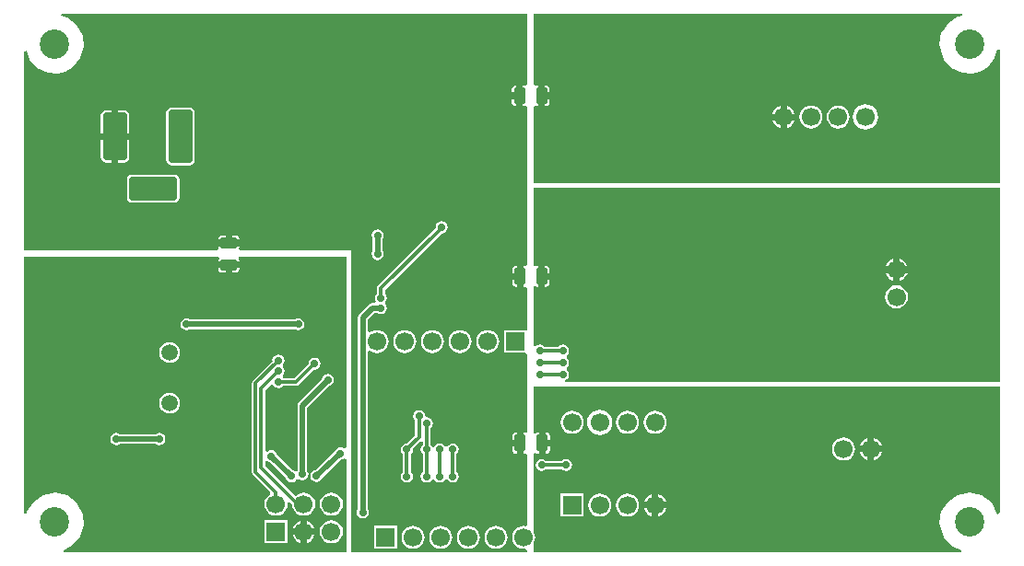
<source format=gbl>
G04*
G04 #@! TF.GenerationSoftware,Altium Limited,Altium Designer,22.7.1 (60)*
G04*
G04 Layer_Physical_Order=2*
G04 Layer_Color=16711680*
%FSLAX43Y43*%
%MOMM*%
G71*
G04*
G04 #@! TF.SameCoordinates,BA50D012-4F98-4CAA-8EAC-1F94F0521628*
G04*
G04*
G04 #@! TF.FilePolarity,Positive*
G04*
G01*
G75*
G04:AMPARAMS|DCode=66|XSize=1.53mm|YSize=1.02mm|CornerRadius=0.127mm|HoleSize=0mm|Usage=FLASHONLY|Rotation=270.000|XOffset=0mm|YOffset=0mm|HoleType=Round|Shape=RoundedRectangle|*
%AMROUNDEDRECTD66*
21,1,1.530,0.765,0,0,270.0*
21,1,1.275,1.020,0,0,270.0*
1,1,0.255,-0.383,-0.638*
1,1,0.255,-0.383,0.638*
1,1,0.255,0.383,0.638*
1,1,0.255,0.383,-0.638*
%
%ADD66ROUNDEDRECTD66*%
G04:AMPARAMS|DCode=67|XSize=1.53mm|YSize=1.02mm|CornerRadius=0.127mm|HoleSize=0mm|Usage=FLASHONLY|Rotation=180.000|XOffset=0mm|YOffset=0mm|HoleType=Round|Shape=RoundedRectangle|*
%AMROUNDEDRECTD67*
21,1,1.530,0.765,0,0,180.0*
21,1,1.275,1.020,0,0,180.0*
1,1,0.255,-0.638,0.383*
1,1,0.255,0.638,0.383*
1,1,0.255,0.638,-0.383*
1,1,0.255,-0.638,-0.383*
%
%ADD67ROUNDEDRECTD67*%
%ADD81C,0.500*%
%ADD82C,0.300*%
%ADD83C,1.700*%
%ADD84R,1.700X1.700*%
G04:AMPARAMS|DCode=85|XSize=4.9mm|YSize=2.2mm|CornerRadius=0.275mm|HoleSize=0mm|Usage=FLASHONLY|Rotation=90.000|XOffset=0mm|YOffset=0mm|HoleType=Round|Shape=RoundedRectangle|*
%AMROUNDEDRECTD85*
21,1,4.900,1.650,0,0,90.0*
21,1,4.350,2.200,0,0,90.0*
1,1,0.550,0.825,2.175*
1,1,0.550,0.825,-2.175*
1,1,0.550,-0.825,-2.175*
1,1,0.550,-0.825,2.175*
%
%ADD85ROUNDEDRECTD85*%
G04:AMPARAMS|DCode=86|XSize=4.4mm|YSize=2.2mm|CornerRadius=0.275mm|HoleSize=0mm|Usage=FLASHONLY|Rotation=90.000|XOffset=0mm|YOffset=0mm|HoleType=Round|Shape=RoundedRectangle|*
%AMROUNDEDRECTD86*
21,1,4.400,1.650,0,0,90.0*
21,1,3.850,2.200,0,0,90.0*
1,1,0.550,0.825,1.925*
1,1,0.550,0.825,-1.925*
1,1,0.550,-0.825,-1.925*
1,1,0.550,-0.825,1.925*
%
%ADD86ROUNDEDRECTD86*%
G04:AMPARAMS|DCode=87|XSize=4.4mm|YSize=2.2mm|CornerRadius=0.275mm|HoleSize=0mm|Usage=FLASHONLY|Rotation=180.000|XOffset=0mm|YOffset=0mm|HoleType=Round|Shape=RoundedRectangle|*
%AMROUNDEDRECTD87*
21,1,4.400,1.650,0,0,180.0*
21,1,3.850,2.200,0,0,180.0*
1,1,0.550,-1.925,0.825*
1,1,0.550,1.925,0.825*
1,1,0.550,1.925,-0.825*
1,1,0.550,-1.925,-0.825*
%
%ADD87ROUNDEDRECTD87*%
%ADD88C,2.700*%
%ADD89C,1.500*%
%ADD90R,1.700X1.700*%
%ADD91C,0.700*%
G36*
X46477Y43283D02*
X46277Y43180D01*
X46253Y43196D01*
X46125Y43221D01*
X46043D01*
Y42250D01*
Y41279D01*
X46125D01*
X46253Y41304D01*
X46277Y41320D01*
X46477Y41217D01*
X46477Y26703D01*
X46278Y26596D01*
X46150Y26621D01*
X46068D01*
Y25650D01*
Y24679D01*
X46150D01*
X46278Y24704D01*
X46477Y24597D01*
Y20859D01*
X46395Y20693D01*
X46277Y20693D01*
X44295D01*
Y18593D01*
X46277D01*
X46477Y18427D01*
Y11370D01*
X46338Y11271D01*
X46277Y11251D01*
X46175Y11271D01*
X46092D01*
Y10300D01*
Y9329D01*
X46175D01*
X46277Y9349D01*
X46338Y9329D01*
X46477Y9230D01*
X46477Y2808D01*
X46277Y2662D01*
X46110Y2684D01*
X45836Y2648D01*
X45580Y2543D01*
X45361Y2374D01*
X45193Y2155D01*
X45087Y1899D01*
X45051Y1625D01*
X45087Y1351D01*
X45193Y1096D01*
X45361Y877D01*
X45580Y708D01*
X45836Y602D01*
X46110Y566D01*
X46277Y588D01*
X46477Y443D01*
Y228D01*
X30300D01*
X30300Y28000D01*
X20080Y28000D01*
X19971Y28197D01*
X19996Y28325D01*
Y28408D01*
X19025D01*
X18054D01*
Y28325D01*
X18079Y28197D01*
X17970Y28000D01*
X247Y28000D01*
Y46344D01*
X447Y46375D01*
X700Y45580D01*
X1400Y44821D01*
X2400Y44400D01*
X3334Y44300D01*
X4000Y44474D01*
X4732Y44898D01*
X5400Y45700D01*
X5687Y46709D01*
X5639Y47749D01*
X5072Y48788D01*
X4163Y49475D01*
X3617Y49610D01*
X3642Y49810D01*
X46477D01*
X46477Y43283D01*
D02*
G37*
G36*
X29800Y9887D02*
X29600Y9794D01*
X29490Y9868D01*
X29275Y9911D01*
X29060Y9868D01*
X28878Y9747D01*
X28757Y9565D01*
X28739Y9475D01*
X26981Y7817D01*
X26860Y7793D01*
X26678Y7672D01*
X26557Y7490D01*
X26514Y7275D01*
X26557Y7060D01*
X26678Y6878D01*
X26860Y6757D01*
X27075Y6714D01*
X27290Y6757D01*
X27472Y6878D01*
X27593Y7060D01*
X27611Y7150D01*
X29369Y8808D01*
X29490Y8832D01*
X29600Y8906D01*
X29800Y8813D01*
Y228D01*
X3851D01*
X3825Y428D01*
X4000Y474D01*
X4732Y898D01*
X5400Y1700D01*
X5687Y2709D01*
X5639Y3749D01*
X5072Y4788D01*
X4163Y5475D01*
X3100Y5738D01*
X2000Y5537D01*
X1100Y4907D01*
X621Y4200D01*
X491Y4070D01*
X447Y3778D01*
X247Y3793D01*
Y27475D01*
X18039D01*
X18086Y27407D01*
X18127Y27275D01*
X18079Y27203D01*
X18054Y27075D01*
Y26992D01*
X19025D01*
X19996D01*
Y27075D01*
X19971Y27203D01*
X19923Y27275D01*
X19964Y27407D01*
X20011Y27475D01*
X29800D01*
Y9887D01*
D02*
G37*
G36*
X89829Y3863D02*
X89634Y3765D01*
X89629Y3766D01*
X89072Y4788D01*
X88163Y5475D01*
X87100Y5738D01*
X86000Y5537D01*
X85100Y4907D01*
X84621Y4200D01*
X84491Y4070D01*
X84400Y3465D01*
X84248Y3000D01*
X84700Y1580D01*
X85400Y821D01*
X86334Y428D01*
X86293Y228D01*
X47000D01*
Y1060D01*
X47027Y1096D01*
X47133Y1351D01*
X47169Y1625D01*
X47133Y1899D01*
X47027Y2155D01*
X47000Y2190D01*
X47000Y9349D01*
X47139Y9406D01*
X47200Y9419D01*
X47297Y9354D01*
X47425Y9329D01*
X47507D01*
Y10300D01*
Y11271D01*
X47425D01*
X47297Y11246D01*
X47200Y11181D01*
X47139Y11194D01*
X47000Y11251D01*
X47000Y15500D01*
X89829Y15500D01*
Y3863D01*
D02*
G37*
G36*
Y15900D02*
X49975D01*
X49945Y15991D01*
X49942Y16100D01*
X50097Y16203D01*
X50218Y16385D01*
X50261Y16600D01*
X50218Y16815D01*
X50097Y16997D01*
X50047Y17030D01*
Y17270D01*
X50097Y17303D01*
X50218Y17485D01*
X50261Y17700D01*
X50218Y17915D01*
X50097Y18097D01*
X50047Y18130D01*
Y18370D01*
X50097Y18403D01*
X50218Y18585D01*
X50261Y18800D01*
X50218Y19015D01*
X50097Y19197D01*
X49915Y19318D01*
X49700Y19361D01*
X49485Y19318D01*
X49303Y19197D01*
X49277Y19157D01*
X48023D01*
X47997Y19197D01*
X47815Y19318D01*
X47600Y19361D01*
X47385Y19318D01*
X47203Y19197D01*
X47200Y19191D01*
X47000Y19252D01*
Y24664D01*
X47068Y24711D01*
X47200Y24752D01*
X47272Y24704D01*
X47400Y24679D01*
X47483D01*
Y25650D01*
Y26621D01*
X47400D01*
X47272Y26596D01*
X47200Y26548D01*
X47068Y26589D01*
X47000Y26636D01*
Y33800D01*
X89829D01*
Y15900D01*
D02*
G37*
G36*
X86400Y49610D02*
X86000Y49537D01*
X85100Y48907D01*
X84621Y48200D01*
X84491Y48070D01*
X84400Y47465D01*
X84248Y47000D01*
X84700Y45580D01*
X85400Y44821D01*
X86400Y44400D01*
X87334Y44300D01*
X88000Y44474D01*
X88732Y44898D01*
X89400Y45700D01*
X89629Y46506D01*
X89829Y46478D01*
Y34250D01*
X47000Y34250D01*
X47000Y41247D01*
X47009Y41256D01*
X47200Y41336D01*
X47247Y41304D01*
X47375Y41279D01*
X47458D01*
Y42250D01*
Y43221D01*
X47375D01*
X47247Y43196D01*
X47200Y43164D01*
X47009Y43244D01*
X47000Y43253D01*
X47000Y49810D01*
X86382D01*
X86400Y49610D01*
D02*
G37*
%LPC*%
G36*
X45443Y43221D02*
X45360D01*
X45232Y43196D01*
X45124Y43124D01*
X45052Y43015D01*
X45026Y42888D01*
Y42550D01*
X45443D01*
Y43221D01*
D02*
G37*
G36*
Y41950D02*
X45026D01*
Y41612D01*
X45052Y41485D01*
X45124Y41376D01*
X45232Y41304D01*
X45360Y41279D01*
X45443D01*
Y41950D01*
D02*
G37*
G36*
X9405Y40909D02*
X8880D01*
Y38800D01*
X9889D01*
Y40425D01*
X9852Y40610D01*
X9747Y40767D01*
X9590Y40872D01*
X9405Y40909D01*
D02*
G37*
G36*
X8280D02*
X7755D01*
X7570Y40872D01*
X7413Y40767D01*
X7308Y40610D01*
X7271Y40425D01*
Y38800D01*
X8280D01*
Y40909D01*
D02*
G37*
G36*
X9889Y38200D02*
X8880D01*
Y36091D01*
X9405D01*
X9590Y36128D01*
X9747Y36233D01*
X9852Y36390D01*
X9889Y36575D01*
Y38200D01*
D02*
G37*
G36*
X8280D02*
X7271D01*
Y36575D01*
X7308Y36390D01*
X7413Y36233D01*
X7570Y36128D01*
X7755Y36091D01*
X8280D01*
Y38200D01*
D02*
G37*
G36*
X15405Y41159D02*
X13755D01*
X13570Y41122D01*
X13413Y41017D01*
X13308Y40860D01*
X13271Y40675D01*
Y36325D01*
X13308Y36140D01*
X13413Y35983D01*
X13570Y35878D01*
X13755Y35841D01*
X15405D01*
X15590Y35878D01*
X15747Y35983D01*
X15852Y36140D01*
X15889Y36325D01*
Y40675D01*
X15852Y40860D01*
X15747Y41017D01*
X15590Y41122D01*
X15405Y41159D01*
D02*
G37*
G36*
X14005Y35009D02*
X10155D01*
X9970Y34972D01*
X9813Y34867D01*
X9708Y34710D01*
X9671Y34525D01*
Y32875D01*
X9708Y32690D01*
X9813Y32533D01*
X9970Y32428D01*
X10155Y32391D01*
X14005D01*
X14190Y32428D01*
X14347Y32533D01*
X14452Y32690D01*
X14489Y32875D01*
Y34525D01*
X14452Y34710D01*
X14347Y34867D01*
X14190Y34972D01*
X14005Y35009D01*
D02*
G37*
G36*
X38575Y30711D02*
X38360Y30668D01*
X38178Y30547D01*
X38057Y30365D01*
X38014Y30150D01*
X38033Y30057D01*
X32748Y24772D01*
X32670Y24657D01*
X32643Y24520D01*
Y24074D01*
X32603Y24047D01*
X32482Y23865D01*
X32439Y23651D01*
X32482Y23436D01*
X32511Y23392D01*
X32405Y23192D01*
X32195D01*
X32020Y23157D01*
X31871Y23058D01*
X31001Y22187D01*
X30901Y22039D01*
X30866Y21863D01*
Y4228D01*
X30807Y4140D01*
X30764Y3925D01*
X30807Y3710D01*
X30928Y3528D01*
X31110Y3407D01*
X31325Y3364D01*
X31540Y3407D01*
X31722Y3528D01*
X31843Y3710D01*
X31886Y3925D01*
X31843Y4140D01*
X31784Y4228D01*
Y18728D01*
X31984Y18827D01*
X32115Y18726D01*
X32371Y18620D01*
X32645Y18584D01*
X32919Y18620D01*
X33175Y18726D01*
X33394Y18894D01*
X33562Y19114D01*
X33668Y19369D01*
X33704Y19643D01*
X33668Y19917D01*
X33562Y20173D01*
X33394Y20392D01*
X33175Y20560D01*
X32919Y20666D01*
X32645Y20702D01*
X32371Y20666D01*
X32115Y20560D01*
X31984Y20459D01*
X31784Y20558D01*
Y21673D01*
X32385Y22274D01*
X32697D01*
X32785Y22215D01*
X33000Y22172D01*
X33215Y22215D01*
X33397Y22337D01*
X33518Y22518D01*
X33561Y22733D01*
X33518Y22948D01*
X33397Y23130D01*
Y23254D01*
X33518Y23436D01*
X33561Y23651D01*
X33518Y23865D01*
X33397Y24047D01*
X33357Y24074D01*
Y24372D01*
X38574Y29589D01*
X38575Y29589D01*
X38790Y29632D01*
X38972Y29753D01*
X39093Y29935D01*
X39136Y30150D01*
X39093Y30365D01*
X38972Y30547D01*
X38790Y30668D01*
X38575Y30711D01*
D02*
G37*
G36*
X19662Y29424D02*
X19325D01*
Y29008D01*
X19996D01*
Y29090D01*
X19971Y29218D01*
X19899Y29326D01*
X19790Y29399D01*
X19662Y29424D01*
D02*
G37*
G36*
X18725D02*
X18387D01*
X18260Y29399D01*
X18151Y29326D01*
X18079Y29218D01*
X18054Y29090D01*
Y29008D01*
X18725D01*
Y29424D01*
D02*
G37*
G36*
X32700Y29961D02*
X32485Y29918D01*
X32303Y29797D01*
X32182Y29615D01*
X32139Y29400D01*
X32182Y29185D01*
X32241Y29097D01*
Y28003D01*
X32182Y27915D01*
X32139Y27700D01*
X32182Y27485D01*
X32303Y27303D01*
X32485Y27182D01*
X32700Y27139D01*
X32915Y27182D01*
X33097Y27303D01*
X33218Y27485D01*
X33261Y27700D01*
X33218Y27915D01*
X33159Y28003D01*
Y29097D01*
X33218Y29185D01*
X33261Y29400D01*
X33218Y29615D01*
X33097Y29797D01*
X32915Y29918D01*
X32700Y29961D01*
D02*
G37*
G36*
X45468Y26621D02*
X45385D01*
X45257Y26596D01*
X45149Y26524D01*
X45077Y26415D01*
X45051Y26288D01*
Y25950D01*
X45468D01*
Y26621D01*
D02*
G37*
G36*
Y25350D02*
X45051D01*
Y25013D01*
X45077Y24885D01*
X45149Y24776D01*
X45257Y24704D01*
X45385Y24679D01*
X45468D01*
Y25350D01*
D02*
G37*
G36*
X42805Y20702D02*
X42531Y20666D01*
X42275Y20560D01*
X42056Y20392D01*
X41888Y20173D01*
X41782Y19917D01*
X41746Y19643D01*
X41782Y19369D01*
X41888Y19114D01*
X42056Y18894D01*
X42275Y18726D01*
X42531Y18620D01*
X42805Y18584D01*
X43079Y18620D01*
X43335Y18726D01*
X43554Y18894D01*
X43722Y19114D01*
X43828Y19369D01*
X43864Y19643D01*
X43828Y19917D01*
X43722Y20173D01*
X43554Y20392D01*
X43335Y20560D01*
X43079Y20666D01*
X42805Y20702D01*
D02*
G37*
G36*
X40265D02*
X39991Y20666D01*
X39735Y20560D01*
X39516Y20392D01*
X39348Y20173D01*
X39242Y19917D01*
X39206Y19643D01*
X39242Y19369D01*
X39348Y19114D01*
X39516Y18894D01*
X39735Y18726D01*
X39991Y18620D01*
X40265Y18584D01*
X40539Y18620D01*
X40795Y18726D01*
X41014Y18894D01*
X41182Y19114D01*
X41288Y19369D01*
X41324Y19643D01*
X41288Y19917D01*
X41182Y20173D01*
X41014Y20392D01*
X40795Y20560D01*
X40539Y20666D01*
X40265Y20702D01*
D02*
G37*
G36*
X37725D02*
X37451Y20666D01*
X37195Y20560D01*
X36976Y20392D01*
X36808Y20173D01*
X36702Y19917D01*
X36666Y19643D01*
X36702Y19369D01*
X36808Y19114D01*
X36976Y18894D01*
X37195Y18726D01*
X37451Y18620D01*
X37725Y18584D01*
X37999Y18620D01*
X38255Y18726D01*
X38474Y18894D01*
X38642Y19114D01*
X38748Y19369D01*
X38784Y19643D01*
X38748Y19917D01*
X38642Y20173D01*
X38474Y20392D01*
X38255Y20560D01*
X37999Y20666D01*
X37725Y20702D01*
D02*
G37*
G36*
X35185D02*
X34911Y20666D01*
X34655Y20560D01*
X34436Y20392D01*
X34268Y20173D01*
X34162Y19917D01*
X34126Y19643D01*
X34162Y19369D01*
X34268Y19114D01*
X34436Y18894D01*
X34655Y18726D01*
X34911Y18620D01*
X35185Y18584D01*
X35459Y18620D01*
X35715Y18726D01*
X35934Y18894D01*
X36102Y19114D01*
X36208Y19369D01*
X36244Y19643D01*
X36208Y19917D01*
X36102Y20173D01*
X35934Y20392D01*
X35715Y20560D01*
X35459Y20666D01*
X35185Y20702D01*
D02*
G37*
G36*
X45493Y11271D02*
X45410D01*
X45282Y11246D01*
X45174Y11174D01*
X45102Y11065D01*
X45076Y10938D01*
Y10600D01*
X45493D01*
Y11271D01*
D02*
G37*
G36*
Y10000D02*
X45076D01*
Y9663D01*
X45102Y9535D01*
X45174Y9426D01*
X45282Y9354D01*
X45410Y9329D01*
X45493D01*
Y10000D01*
D02*
G37*
G36*
X36500Y13337D02*
X36285Y13295D01*
X36103Y13173D01*
X35982Y12991D01*
X35939Y12777D01*
X35982Y12562D01*
X36103Y12380D01*
X36143Y12354D01*
Y10973D01*
X35430Y10260D01*
X35383Y10269D01*
X35168Y10226D01*
X34986Y10105D01*
X34865Y9923D01*
X34822Y9708D01*
X34865Y9494D01*
X34986Y9312D01*
X35026Y9285D01*
Y7638D01*
X34986Y7611D01*
X34865Y7429D01*
X34822Y7215D01*
X34865Y7000D01*
X34986Y6818D01*
X35168Y6697D01*
X35383Y6654D01*
X35598Y6697D01*
X35779Y6818D01*
X35901Y7000D01*
X35944Y7215D01*
X35901Y7429D01*
X35779Y7611D01*
X35740Y7638D01*
Y9285D01*
X35779Y9312D01*
X35901Y9494D01*
X35944Y9708D01*
X35934Y9755D01*
X36643Y10464D01*
X36843Y10381D01*
Y10131D01*
X36803Y10105D01*
X36682Y9923D01*
X36639Y9708D01*
X36682Y9494D01*
X36803Y9312D01*
X36843Y9285D01*
Y7638D01*
X36803Y7611D01*
X36682Y7429D01*
X36639Y7215D01*
X36682Y7000D01*
X36803Y6818D01*
X36985Y6697D01*
X37200Y6654D01*
X37415Y6697D01*
X37597Y6818D01*
X37689Y6957D01*
X37757Y6972D01*
X37843D01*
X37911Y6957D01*
X38003Y6818D01*
X38185Y6697D01*
X38400Y6654D01*
X38615Y6697D01*
X38797Y6818D01*
X38891Y6960D01*
X38949Y6975D01*
X39035Y6976D01*
X39114Y6960D01*
X39203Y6826D01*
X39385Y6704D01*
X39600Y6662D01*
X39815Y6704D01*
X39997Y6826D01*
X40118Y7008D01*
X40161Y7222D01*
X40118Y7437D01*
X39997Y7619D01*
X39957Y7645D01*
Y9293D01*
X39997Y9319D01*
X40118Y9501D01*
X40161Y9716D01*
X40118Y9930D01*
X39997Y10112D01*
X39815Y10234D01*
X39600Y10276D01*
X39385Y10234D01*
X39203Y10112D01*
X39109Y9970D01*
X39051Y9956D01*
X38965Y9954D01*
X38886Y9970D01*
X38797Y10105D01*
X38615Y10226D01*
X38400Y10269D01*
X38185Y10226D01*
X38003Y10105D01*
X37911Y9966D01*
X37843Y9951D01*
X37757D01*
X37689Y9966D01*
X37597Y10105D01*
X37557Y10131D01*
Y11683D01*
X37597Y11709D01*
X37718Y11891D01*
X37761Y12106D01*
X37718Y12320D01*
X37597Y12502D01*
X37415Y12624D01*
X37200Y12667D01*
X37055Y12804D01*
X37018Y12991D01*
X36897Y13173D01*
X36715Y13295D01*
X36500Y13337D01*
D02*
G37*
G36*
X34460Y2675D02*
X32360D01*
Y575D01*
X34460D01*
Y2675D01*
D02*
G37*
G36*
X43570Y2684D02*
X43296Y2648D01*
X43040Y2543D01*
X42821Y2374D01*
X42653Y2155D01*
X42547Y1899D01*
X42511Y1625D01*
X42547Y1351D01*
X42653Y1096D01*
X42821Y877D01*
X43040Y708D01*
X43296Y602D01*
X43570Y566D01*
X43844Y602D01*
X44100Y708D01*
X44319Y877D01*
X44487Y1096D01*
X44593Y1351D01*
X44629Y1625D01*
X44593Y1899D01*
X44487Y2155D01*
X44319Y2374D01*
X44100Y2543D01*
X43844Y2648D01*
X43570Y2684D01*
D02*
G37*
G36*
X41030D02*
X40756Y2648D01*
X40500Y2543D01*
X40281Y2374D01*
X40113Y2155D01*
X40007Y1899D01*
X39971Y1625D01*
X40007Y1351D01*
X40113Y1096D01*
X40281Y877D01*
X40500Y708D01*
X40756Y602D01*
X41030Y566D01*
X41304Y602D01*
X41560Y708D01*
X41779Y877D01*
X41947Y1096D01*
X42053Y1351D01*
X42089Y1625D01*
X42053Y1899D01*
X41947Y2155D01*
X41779Y2374D01*
X41560Y2543D01*
X41304Y2648D01*
X41030Y2684D01*
D02*
G37*
G36*
X38490D02*
X38216Y2648D01*
X37960Y2543D01*
X37741Y2374D01*
X37573Y2155D01*
X37467Y1899D01*
X37431Y1625D01*
X37467Y1351D01*
X37573Y1096D01*
X37741Y877D01*
X37960Y708D01*
X38216Y602D01*
X38490Y566D01*
X38764Y602D01*
X39020Y708D01*
X39239Y877D01*
X39407Y1096D01*
X39513Y1351D01*
X39549Y1625D01*
X39513Y1899D01*
X39407Y2155D01*
X39239Y2374D01*
X39020Y2543D01*
X38764Y2648D01*
X38490Y2684D01*
D02*
G37*
G36*
X35950D02*
X35676Y2648D01*
X35420Y2543D01*
X35201Y2374D01*
X35033Y2155D01*
X34927Y1899D01*
X34891Y1625D01*
X34927Y1351D01*
X35033Y1096D01*
X35201Y877D01*
X35420Y708D01*
X35676Y602D01*
X35950Y566D01*
X36224Y602D01*
X36480Y708D01*
X36699Y877D01*
X36867Y1096D01*
X36973Y1351D01*
X37009Y1625D01*
X36973Y1899D01*
X36867Y2155D01*
X36699Y2374D01*
X36480Y2543D01*
X36224Y2648D01*
X35950Y2684D01*
D02*
G37*
G36*
X19996Y26392D02*
X19325D01*
Y25976D01*
X19662D01*
X19790Y26001D01*
X19899Y26074D01*
X19971Y26182D01*
X19996Y26310D01*
Y26392D01*
D02*
G37*
G36*
X18725D02*
X18054D01*
Y26310D01*
X18079Y26182D01*
X18151Y26074D01*
X18260Y26001D01*
X18387Y25976D01*
X18725D01*
Y26392D01*
D02*
G37*
G36*
X25400Y21786D02*
X25185Y21743D01*
X25097Y21684D01*
X15453D01*
X15365Y21743D01*
X15150Y21786D01*
X14935Y21743D01*
X14753Y21622D01*
X14632Y21440D01*
X14589Y21225D01*
X14632Y21010D01*
X14753Y20828D01*
X14935Y20707D01*
X15150Y20664D01*
X15365Y20707D01*
X15453Y20766D01*
X25097D01*
X25185Y20707D01*
X25400Y20664D01*
X25615Y20707D01*
X25797Y20828D01*
X25918Y21010D01*
X25961Y21225D01*
X25918Y21440D01*
X25797Y21622D01*
X25615Y21743D01*
X25400Y21786D01*
D02*
G37*
G36*
X13600Y19583D02*
X13352Y19551D01*
X13121Y19455D01*
X12922Y19303D01*
X12770Y19104D01*
X12674Y18873D01*
X12642Y18625D01*
X12674Y18377D01*
X12770Y18146D01*
X12922Y17947D01*
X13121Y17795D01*
X13352Y17699D01*
X13600Y17667D01*
X13848Y17699D01*
X14079Y17795D01*
X14278Y17947D01*
X14430Y18146D01*
X14526Y18377D01*
X14558Y18625D01*
X14526Y18873D01*
X14430Y19104D01*
X14278Y19303D01*
X14079Y19455D01*
X13848Y19551D01*
X13600Y19583D01*
D02*
G37*
G36*
X23580Y18461D02*
X23365Y18418D01*
X23183Y18297D01*
X23061Y18115D01*
X23019Y17900D01*
X23028Y17853D01*
X21248Y16073D01*
X21170Y15957D01*
X21143Y15820D01*
Y7633D01*
X21170Y7496D01*
X21248Y7380D01*
X22833Y5795D01*
X22782Y5564D01*
X22615Y5435D01*
X22446Y5216D01*
X22340Y4961D01*
X22304Y4687D01*
X22340Y4412D01*
X22446Y4157D01*
X22615Y3938D01*
X22834Y3769D01*
X23089Y3664D01*
X23363Y3627D01*
X23638Y3664D01*
X23893Y3769D01*
X24112Y3938D01*
X24281Y4157D01*
X24386Y4412D01*
X24423Y4687D01*
X24401Y4849D01*
X24591Y4943D01*
X24845Y4689D01*
X24844Y4687D01*
X24881Y4412D01*
X24986Y4157D01*
X25155Y3938D01*
X25374Y3769D01*
X25629Y3664D01*
X25903Y3627D01*
X26178Y3664D01*
X26433Y3769D01*
X26652Y3938D01*
X26821Y4157D01*
X26926Y4412D01*
X26963Y4687D01*
X26926Y4961D01*
X26821Y5216D01*
X26652Y5435D01*
X26433Y5604D01*
X26178Y5709D01*
X25903Y5746D01*
X25629Y5709D01*
X25374Y5604D01*
X25155Y5435D01*
X25110Y5432D01*
X22357Y8186D01*
Y8600D01*
X22443Y8652D01*
X22557Y8685D01*
X22710Y8582D01*
X22815Y8561D01*
X24236Y7140D01*
X24257Y7035D01*
X24378Y6853D01*
X24560Y6732D01*
X24775Y6689D01*
X24990Y6732D01*
X25172Y6853D01*
X25214Y6916D01*
X25354Y7012D01*
X25470Y6967D01*
X25560Y6907D01*
X25775Y6864D01*
X25990Y6907D01*
X26172Y7028D01*
X26293Y7210D01*
X26336Y7425D01*
X26293Y7640D01*
X26234Y7728D01*
Y13553D01*
X28242Y15561D01*
X28347Y15582D01*
X28529Y15703D01*
X28650Y15885D01*
X28693Y16100D01*
X28650Y16315D01*
X28529Y16497D01*
X28347Y16618D01*
X28132Y16661D01*
X27917Y16618D01*
X27736Y16497D01*
X27614Y16315D01*
X27593Y16210D01*
X25451Y14067D01*
X25351Y13918D01*
X25316Y13743D01*
Y7772D01*
X25286Y7746D01*
X25241Y7721D01*
X25083Y7707D01*
X25080Y7708D01*
X24990Y7768D01*
X24885Y7789D01*
X23464Y9210D01*
X23443Y9315D01*
X23322Y9497D01*
X23140Y9618D01*
X22925Y9661D01*
X22710Y9618D01*
X22557Y9515D01*
X22443Y9548D01*
X22357Y9600D01*
Y15173D01*
X22872Y15688D01*
X23098Y15631D01*
X23183Y15503D01*
X23365Y15382D01*
X23580Y15339D01*
X23794Y15382D01*
X23976Y15503D01*
X24003Y15543D01*
X25200D01*
X25337Y15570D01*
X25452Y15648D01*
X26853Y17049D01*
X26900Y17039D01*
X27115Y17082D01*
X27296Y17203D01*
X27418Y17385D01*
X27461Y17600D01*
X27418Y17815D01*
X27296Y17996D01*
X27115Y18118D01*
X26900Y18161D01*
X26685Y18118D01*
X26503Y17996D01*
X26382Y17815D01*
X26339Y17600D01*
X26348Y17553D01*
X25052Y16257D01*
X24003D01*
X23976Y16296D01*
X23971Y16300D01*
Y16450D01*
X23992Y16527D01*
X24098Y16685D01*
X24140Y16900D01*
X24098Y17115D01*
X23976Y17297D01*
X23971Y17300D01*
Y17500D01*
X23976Y17503D01*
X24098Y17685D01*
X24140Y17900D01*
X24098Y18115D01*
X23976Y18297D01*
X23794Y18418D01*
X23580Y18461D01*
D02*
G37*
G36*
X13600Y14933D02*
X13352Y14901D01*
X13121Y14805D01*
X12922Y14653D01*
X12770Y14454D01*
X12674Y14223D01*
X12642Y13975D01*
X12674Y13727D01*
X12770Y13496D01*
X12922Y13297D01*
X13121Y13145D01*
X13352Y13049D01*
X13600Y13017D01*
X13848Y13049D01*
X14079Y13145D01*
X14278Y13297D01*
X14430Y13496D01*
X14526Y13727D01*
X14558Y13975D01*
X14526Y14223D01*
X14430Y14454D01*
X14278Y14653D01*
X14079Y14805D01*
X13848Y14901D01*
X13600Y14933D01*
D02*
G37*
G36*
X12640Y11236D02*
X12425Y11193D01*
X12337Y11134D01*
X9003D01*
X8915Y11193D01*
X8700Y11236D01*
X8485Y11193D01*
X8303Y11072D01*
X8182Y10890D01*
X8139Y10675D01*
X8182Y10460D01*
X8303Y10278D01*
X8485Y10157D01*
X8700Y10114D01*
X8915Y10157D01*
X9003Y10216D01*
X12337D01*
X12425Y10157D01*
X12640Y10114D01*
X12855Y10157D01*
X13037Y10278D01*
X13158Y10460D01*
X13201Y10675D01*
X13158Y10890D01*
X13037Y11072D01*
X12855Y11193D01*
X12640Y11236D01*
D02*
G37*
G36*
X28443Y5746D02*
X28169Y5709D01*
X27914Y5604D01*
X27695Y5435D01*
X27526Y5216D01*
X27420Y4961D01*
X27384Y4687D01*
X27420Y4412D01*
X27526Y4157D01*
X27695Y3938D01*
X27914Y3769D01*
X28169Y3664D01*
X28443Y3627D01*
X28718Y3664D01*
X28973Y3769D01*
X29192Y3938D01*
X29361Y4157D01*
X29466Y4412D01*
X29503Y4687D01*
X29466Y4961D01*
X29361Y5216D01*
X29192Y5435D01*
X28973Y5604D01*
X28718Y5709D01*
X28443Y5746D01*
D02*
G37*
G36*
X26203Y3159D02*
Y2447D01*
X26916D01*
X26821Y2676D01*
X26652Y2895D01*
X26433Y3064D01*
X26203Y3159D01*
D02*
G37*
G36*
X25603D02*
X25374Y3064D01*
X25155Y2895D01*
X24986Y2676D01*
X24891Y2447D01*
X25603D01*
Y3159D01*
D02*
G37*
G36*
X26916Y1847D02*
X26203D01*
Y1134D01*
X26433Y1229D01*
X26652Y1398D01*
X26821Y1617D01*
X26916Y1847D01*
D02*
G37*
G36*
X25603D02*
X24891D01*
X24986Y1617D01*
X25155Y1398D01*
X25374Y1229D01*
X25603Y1134D01*
Y1847D01*
D02*
G37*
G36*
X24413Y3197D02*
X22313D01*
Y1097D01*
X24413D01*
Y3197D01*
D02*
G37*
G36*
X28443Y3206D02*
X28169Y3169D01*
X27914Y3064D01*
X27695Y2895D01*
X27526Y2676D01*
X27420Y2421D01*
X27384Y2147D01*
X27420Y1872D01*
X27526Y1617D01*
X27695Y1398D01*
X27914Y1229D01*
X28169Y1124D01*
X28443Y1087D01*
X28718Y1124D01*
X28973Y1229D01*
X29192Y1398D01*
X29361Y1617D01*
X29466Y1872D01*
X29503Y2147D01*
X29466Y2421D01*
X29361Y2676D01*
X29192Y2895D01*
X28973Y3064D01*
X28718Y3169D01*
X28443Y3206D01*
D02*
G37*
G36*
X58180Y13267D02*
X57906Y13231D01*
X57650Y13125D01*
X57431Y12957D01*
X57263Y12738D01*
X57157Y12482D01*
X57121Y12208D01*
X57157Y11934D01*
X57263Y11679D01*
X57431Y11459D01*
X57650Y11291D01*
X57906Y11185D01*
X58180Y11149D01*
X58454Y11185D01*
X58710Y11291D01*
X58929Y11459D01*
X59097Y11679D01*
X59203Y11934D01*
X59239Y12208D01*
X59203Y12482D01*
X59097Y12738D01*
X58929Y12957D01*
X58710Y13125D01*
X58454Y13231D01*
X58180Y13267D01*
D02*
G37*
G36*
X55640D02*
X55366Y13231D01*
X55110Y13125D01*
X54891Y12957D01*
X54723Y12738D01*
X54617Y12482D01*
X54581Y12208D01*
X54617Y11934D01*
X54723Y11679D01*
X54891Y11459D01*
X55110Y11291D01*
X55366Y11185D01*
X55640Y11149D01*
X55914Y11185D01*
X56170Y11291D01*
X56389Y11459D01*
X56557Y11679D01*
X56663Y11934D01*
X56699Y12208D01*
X56663Y12482D01*
X56557Y12738D01*
X56389Y12957D01*
X56170Y13125D01*
X55914Y13231D01*
X55640Y13267D01*
D02*
G37*
G36*
X50560D02*
X50286Y13231D01*
X50030Y13125D01*
X49811Y12957D01*
X49643Y12738D01*
X49537Y12482D01*
X49501Y12208D01*
X49537Y11934D01*
X49643Y11679D01*
X49811Y11459D01*
X50030Y11291D01*
X50286Y11185D01*
X50560Y11149D01*
X50834Y11185D01*
X51090Y11291D01*
X51309Y11459D01*
X51477Y11679D01*
X51583Y11934D01*
X51619Y12208D01*
X51583Y12482D01*
X51477Y12738D01*
X51309Y12957D01*
X51090Y13125D01*
X50834Y13231D01*
X50560Y13267D01*
D02*
G37*
G36*
X53100Y13368D02*
X52800Y13328D01*
X52520Y13213D01*
X52280Y13028D01*
X52095Y12788D01*
X51980Y12508D01*
X51940Y12208D01*
X51980Y11908D01*
X52095Y11628D01*
X52280Y11388D01*
X52520Y11204D01*
X52800Y11088D01*
X53100Y11048D01*
X53400Y11088D01*
X53680Y11204D01*
X53920Y11388D01*
X54105Y11628D01*
X54220Y11908D01*
X54260Y12208D01*
X54220Y12508D01*
X54105Y12788D01*
X53920Y13028D01*
X53680Y13213D01*
X53400Y13328D01*
X53100Y13368D01*
D02*
G37*
G36*
X48190Y11271D02*
X48107D01*
Y10600D01*
X48524D01*
Y10938D01*
X48499Y11065D01*
X48426Y11174D01*
X48318Y11246D01*
X48190Y11271D01*
D02*
G37*
G36*
X78300Y10762D02*
Y10050D01*
X79012D01*
X78917Y10280D01*
X78749Y10499D01*
X78530Y10667D01*
X78300Y10762D01*
D02*
G37*
G36*
X77700Y10762D02*
X77470Y10667D01*
X77251Y10499D01*
X77083Y10280D01*
X76988Y10050D01*
X77700D01*
Y10762D01*
D02*
G37*
G36*
X48524Y10000D02*
X48107D01*
Y9329D01*
X48190D01*
X48318Y9354D01*
X48426Y9426D01*
X48499Y9535D01*
X48524Y9663D01*
Y10000D01*
D02*
G37*
G36*
X77700Y9450D02*
X76988D01*
X77083Y9220D01*
X77251Y9001D01*
X77470Y8833D01*
X77700Y8738D01*
Y9450D01*
D02*
G37*
G36*
X79012D02*
X78300D01*
Y8738D01*
X78530Y8833D01*
X78749Y9001D01*
X78917Y9220D01*
X79012Y9450D01*
D02*
G37*
G36*
X75500Y10809D02*
X75226Y10773D01*
X74970Y10667D01*
X74751Y10499D01*
X74583Y10280D01*
X74477Y10024D01*
X74441Y9750D01*
X74477Y9476D01*
X74583Y9220D01*
X74751Y9001D01*
X74970Y8833D01*
X75226Y8727D01*
X75500Y8691D01*
X75774Y8727D01*
X76030Y8833D01*
X76249Y9001D01*
X76417Y9220D01*
X76523Y9476D01*
X76559Y9750D01*
X76523Y10024D01*
X76417Y10280D01*
X76249Y10499D01*
X76030Y10667D01*
X75774Y10773D01*
X75500Y10809D01*
D02*
G37*
G36*
X50000Y8836D02*
X49785Y8793D01*
X49603Y8672D01*
X49577Y8632D01*
X48196D01*
X48169Y8672D01*
X47988Y8793D01*
X47773Y8836D01*
X47558Y8793D01*
X47376Y8672D01*
X47255Y8490D01*
X47212Y8275D01*
X47255Y8060D01*
X47376Y7878D01*
X47558Y7757D01*
X47773Y7714D01*
X47988Y7757D01*
X48169Y7878D01*
X48196Y7918D01*
X49577D01*
X49603Y7878D01*
X49785Y7757D01*
X50000Y7714D01*
X50215Y7757D01*
X50397Y7878D01*
X50518Y8060D01*
X50561Y8275D01*
X50518Y8490D01*
X50397Y8672D01*
X50215Y8793D01*
X50000Y8836D01*
D02*
G37*
G36*
X58480Y5600D02*
Y4888D01*
X59192D01*
X59097Y5118D01*
X58929Y5337D01*
X58710Y5505D01*
X58480Y5600D01*
D02*
G37*
G36*
X57880Y5600D02*
X57650Y5505D01*
X57431Y5337D01*
X57263Y5118D01*
X57168Y4888D01*
X57880D01*
Y5600D01*
D02*
G37*
G36*
Y4288D02*
X57168D01*
X57263Y4059D01*
X57431Y3839D01*
X57650Y3671D01*
X57880Y3576D01*
Y4288D01*
D02*
G37*
G36*
X59192D02*
X58480D01*
Y3576D01*
X58710Y3671D01*
X58929Y3839D01*
X59097Y4059D01*
X59192Y4288D01*
D02*
G37*
G36*
X51610Y5638D02*
X49510D01*
Y3538D01*
X51610D01*
Y5638D01*
D02*
G37*
G36*
X55640Y5647D02*
X55366Y5611D01*
X55110Y5505D01*
X54891Y5337D01*
X54723Y5118D01*
X54617Y4862D01*
X54581Y4588D01*
X54617Y4314D01*
X54723Y4059D01*
X54891Y3839D01*
X55110Y3671D01*
X55366Y3565D01*
X55640Y3529D01*
X55914Y3565D01*
X56170Y3671D01*
X56389Y3839D01*
X56557Y4059D01*
X56663Y4314D01*
X56699Y4588D01*
X56663Y4862D01*
X56557Y5118D01*
X56389Y5337D01*
X56170Y5505D01*
X55914Y5611D01*
X55640Y5647D01*
D02*
G37*
G36*
X53100D02*
X52826Y5611D01*
X52570Y5505D01*
X52351Y5337D01*
X52183Y5118D01*
X52077Y4862D01*
X52041Y4588D01*
X52077Y4314D01*
X52183Y4059D01*
X52351Y3839D01*
X52570Y3671D01*
X52826Y3565D01*
X53100Y3529D01*
X53374Y3565D01*
X53630Y3671D01*
X53849Y3839D01*
X54017Y4059D01*
X54123Y4314D01*
X54159Y4588D01*
X54123Y4862D01*
X54017Y5118D01*
X53849Y5337D01*
X53630Y5505D01*
X53374Y5611D01*
X53100Y5647D01*
D02*
G37*
G36*
X80657Y27262D02*
Y26550D01*
X81369D01*
X81274Y26780D01*
X81106Y26999D01*
X80886Y27167D01*
X80657Y27262D01*
D02*
G37*
G36*
X80057D02*
X79827Y27167D01*
X79608Y26999D01*
X79440Y26780D01*
X79344Y26550D01*
X80057D01*
Y27262D01*
D02*
G37*
G36*
X48165Y26621D02*
X48083D01*
Y25950D01*
X48499D01*
Y26288D01*
X48473Y26415D01*
X48401Y26524D01*
X48293Y26596D01*
X48165Y26621D01*
D02*
G37*
G36*
X81369Y25950D02*
X80657D01*
Y25238D01*
X80886Y25333D01*
X81106Y25501D01*
X81274Y25720D01*
X81369Y25950D01*
D02*
G37*
G36*
X80057D02*
X79344D01*
X79440Y25720D01*
X79608Y25501D01*
X79827Y25333D01*
X80057Y25238D01*
Y25950D01*
D02*
G37*
G36*
X48499Y25350D02*
X48083D01*
Y24679D01*
X48165D01*
X48293Y24704D01*
X48401Y24776D01*
X48473Y24885D01*
X48499Y25013D01*
Y25350D01*
D02*
G37*
G36*
X80357Y24809D02*
X80083Y24773D01*
X79827Y24667D01*
X79608Y24499D01*
X79440Y24280D01*
X79334Y24024D01*
X79298Y23750D01*
X79334Y23476D01*
X79440Y23220D01*
X79608Y23001D01*
X79827Y22833D01*
X80083Y22727D01*
X80357Y22691D01*
X80631Y22727D01*
X80886Y22833D01*
X81106Y23001D01*
X81274Y23220D01*
X81380Y23476D01*
X81416Y23750D01*
X81380Y24024D01*
X81274Y24280D01*
X81106Y24499D01*
X80886Y24667D01*
X80631Y24773D01*
X80357Y24809D01*
D02*
G37*
G36*
X48140Y43221D02*
X48057D01*
Y42550D01*
X48474D01*
Y42888D01*
X48448Y43015D01*
X48376Y43124D01*
X48268Y43196D01*
X48140Y43221D01*
D02*
G37*
G36*
X48474Y41950D02*
X48057D01*
Y41279D01*
X48140D01*
X48268Y41304D01*
X48376Y41376D01*
X48448Y41485D01*
X48474Y41612D01*
Y41950D01*
D02*
G37*
G36*
X70300Y41312D02*
Y40600D01*
X71012D01*
X70917Y40830D01*
X70749Y41049D01*
X70530Y41217D01*
X70300Y41312D01*
D02*
G37*
G36*
X69700Y41312D02*
X69470Y41217D01*
X69251Y41049D01*
X69083Y40830D01*
X68988Y40600D01*
X69700D01*
Y41312D01*
D02*
G37*
G36*
X71012Y40000D02*
X70300D01*
Y39288D01*
X70530Y39383D01*
X70749Y39551D01*
X70917Y39770D01*
X71012Y40000D01*
D02*
G37*
G36*
X69700D02*
X68988D01*
X69083Y39770D01*
X69251Y39551D01*
X69470Y39383D01*
X69700Y39288D01*
Y40000D01*
D02*
G37*
G36*
X75000Y41359D02*
X74726Y41323D01*
X74470Y41217D01*
X74251Y41049D01*
X74083Y40830D01*
X73977Y40574D01*
X73941Y40300D01*
X73977Y40026D01*
X74083Y39770D01*
X74251Y39551D01*
X74470Y39383D01*
X74726Y39277D01*
X75000Y39241D01*
X75274Y39277D01*
X75530Y39383D01*
X75749Y39551D01*
X75917Y39770D01*
X76023Y40026D01*
X76059Y40300D01*
X76023Y40574D01*
X75917Y40830D01*
X75749Y41049D01*
X75530Y41217D01*
X75274Y41323D01*
X75000Y41359D01*
D02*
G37*
G36*
X72500D02*
X72226Y41323D01*
X71970Y41217D01*
X71751Y41049D01*
X71583Y40830D01*
X71477Y40574D01*
X71441Y40300D01*
X71477Y40026D01*
X71583Y39770D01*
X71751Y39551D01*
X71970Y39383D01*
X72226Y39277D01*
X72500Y39241D01*
X72774Y39277D01*
X73030Y39383D01*
X73249Y39551D01*
X73417Y39770D01*
X73523Y40026D01*
X73559Y40300D01*
X73523Y40574D01*
X73417Y40830D01*
X73249Y41049D01*
X73030Y41217D01*
X72774Y41323D01*
X72500Y41359D01*
D02*
G37*
G36*
X77500Y41460D02*
X77200Y41420D01*
X76920Y41305D01*
X76680Y41120D01*
X76495Y40880D01*
X76380Y40600D01*
X76340Y40300D01*
X76380Y40000D01*
X76495Y39720D01*
X76680Y39480D01*
X76920Y39295D01*
X77200Y39180D01*
X77500Y39140D01*
X77800Y39180D01*
X78080Y39295D01*
X78320Y39480D01*
X78505Y39720D01*
X78620Y40000D01*
X78660Y40300D01*
X78620Y40600D01*
X78505Y40880D01*
X78320Y41120D01*
X78080Y41305D01*
X77800Y41420D01*
X77500Y41460D01*
D02*
G37*
%LPD*%
D66*
X47757Y42250D02*
D03*
X45743Y42250D02*
D03*
X47807Y10300D02*
D03*
X45792D02*
D03*
X47783Y25650D02*
D03*
X45768Y25650D02*
D03*
D67*
X19025Y26692D02*
D03*
Y28708D02*
D03*
D81*
X15150Y21225D02*
X25400D01*
X8700Y10675D02*
X12640D01*
X25775Y13743D02*
X28132Y16100D01*
X25775Y7425D02*
Y13743D01*
X27075Y7275D02*
X29275Y9350D01*
X22925Y9100D02*
X24775Y7250D01*
X31325Y21863D02*
X32195Y22733D01*
X31325Y3925D02*
Y21863D01*
X32700Y27700D02*
Y29400D01*
X32195Y22733D02*
X33000D01*
D82*
X22000Y8038D02*
X25900Y4138D01*
X23360D02*
Y5773D01*
X33000Y24520D02*
X38575Y30095D01*
X33000Y23651D02*
Y24520D01*
X38575Y30095D02*
Y30150D01*
X22000Y8038D02*
Y15320D01*
X21500Y7633D02*
Y15820D01*
X22000Y15320D02*
X23580Y16900D01*
X21500Y7633D02*
X23360Y5773D01*
X21500Y15820D02*
X23580Y17900D01*
X47773Y8275D02*
X50000D01*
X37200Y7323D02*
Y9708D01*
X39600Y7222D02*
Y9716D01*
X38400Y7239D02*
Y9708D01*
Y9733D01*
X47600Y18800D02*
X49700D01*
X47600Y16600D02*
X49700D01*
X47600Y17700D02*
X49700D01*
X35383Y7215D02*
Y9708D01*
X37200D02*
Y12106D01*
X35383Y9708D02*
X36500Y10825D01*
Y12777D01*
X23580Y15900D02*
X25200D01*
X26900Y17600D01*
D83*
X23363Y4687D02*
D03*
X25903D02*
D03*
X28443D02*
D03*
Y2147D02*
D03*
X25903D02*
D03*
X35185Y19643D02*
D03*
X37725D02*
D03*
X42805D02*
D03*
X40265D02*
D03*
X32645D02*
D03*
X78000Y9750D02*
D03*
X75500D02*
D03*
X80357Y26250D02*
D03*
Y23750D02*
D03*
X77500Y40300D02*
D03*
X72500D02*
D03*
X75000D02*
D03*
X70000D02*
D03*
X43570Y1625D02*
D03*
X41030D02*
D03*
X35950D02*
D03*
X38490D02*
D03*
X46110D02*
D03*
X58180Y12208D02*
D03*
X55640D02*
D03*
X53100D02*
D03*
X50560D02*
D03*
X58180Y4588D02*
D03*
X55640D02*
D03*
X53100D02*
D03*
D84*
X23363Y2147D02*
D03*
X45345Y19643D02*
D03*
X33410Y1625D02*
D03*
D85*
X14580Y38500D02*
D03*
D86*
X8580Y38500D02*
D03*
D87*
X12080Y33700D02*
D03*
D88*
X87038Y3019D02*
D03*
Y47019D02*
D03*
X3038D02*
D03*
Y3019D02*
D03*
D89*
X13600Y13975D02*
D03*
Y18625D02*
D03*
D90*
X50560Y4588D02*
D03*
D91*
X28981Y44925D02*
D03*
X32775Y40875D02*
D03*
X38575Y30150D02*
D03*
X20600Y30300D02*
D03*
X15150Y21225D02*
D03*
X25400D02*
D03*
X8700Y10675D02*
D03*
X12640D02*
D03*
X25775Y7425D02*
D03*
X27075Y7275D02*
D03*
X24775Y7250D02*
D03*
X29275Y9350D02*
D03*
X22925Y9100D02*
D03*
X26575Y9425D02*
D03*
X22925Y10075D02*
D03*
X29375Y7505D02*
D03*
X31325Y3925D02*
D03*
X50000Y8275D02*
D03*
X47773D02*
D03*
X56300Y15000D02*
D03*
X23580Y15900D02*
D03*
Y16900D02*
D03*
X30600Y33536D02*
D03*
X32700Y29400D02*
D03*
Y27700D02*
D03*
X27739Y26776D02*
D03*
X65900Y20963D02*
D03*
X54500Y28705D02*
D03*
X49700Y17700D02*
D03*
Y18800D02*
D03*
X38675Y22600D02*
D03*
X29443Y25266D02*
D03*
X20575Y25176D02*
D03*
X24093Y23791D02*
D03*
X16652Y25125D02*
D03*
X18573Y25200D02*
D03*
X23580Y17900D02*
D03*
X18900Y8850D02*
D03*
X18100Y1750D02*
D03*
X19080Y14973D02*
D03*
Y17973D02*
D03*
X8900Y17200D02*
D03*
Y15400D02*
D03*
X65840Y10983D02*
D03*
X65326Y3118D02*
D03*
X69731Y4543D02*
D03*
X49600Y40975D02*
D03*
X63895Y47045D02*
D03*
X60520Y48175D02*
D03*
X53552Y38000D02*
D03*
X61575Y44405D02*
D03*
X62650Y36500D02*
D03*
X40625Y31025D02*
D03*
X31600Y33536D02*
D03*
X22541Y32706D02*
D03*
X70132Y25635D02*
D03*
X76976Y33086D02*
D03*
X75749Y25400D02*
D03*
X49625Y38875D02*
D03*
X66912Y23095D02*
D03*
X61910Y25835D02*
D03*
X67109Y21188D02*
D03*
X65203Y22143D02*
D03*
X62000Y27475D02*
D03*
X61500Y29374D02*
D03*
X61910Y23303D02*
D03*
X49700Y16600D02*
D03*
X47600D02*
D03*
Y18800D02*
D03*
X38400Y7215D02*
D03*
X35383D02*
D03*
X39600Y7222D02*
D03*
X37200Y7215D02*
D03*
Y9708D02*
D03*
X39600Y9716D02*
D03*
X38400Y9708D02*
D03*
X47600Y17700D02*
D03*
X35383Y9708D02*
D03*
X37200Y12106D02*
D03*
X36500Y12777D02*
D03*
X28132Y16100D02*
D03*
X26900Y17600D02*
D03*
Y18700D02*
D03*
X27000Y21188D02*
D03*
X33000Y23651D02*
D03*
Y22733D02*
D03*
X28800Y18403D02*
D03*
M02*

</source>
